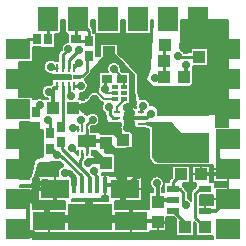
<source format=gtl>
G04 DipTrace 2.4.0.2*
%INUSBBiPower.gtl*%
%MOIN*%
%ADD13C,0.006*%
%ADD14C,0.012*%
%ADD15C,0.02*%
%ADD17C,0.008*%
%ADD18C,0.01*%
%ADD19C,0.0094*%
%ADD20C,0.011*%
%ADD22R,0.08X0.0669*%
%ADD23R,0.0669X0.08*%
%ADD24R,0.0433X0.0394*%
%ADD25R,0.0394X0.0433*%
%ADD26R,0.0276X0.0354*%
%ADD27R,0.1772X0.0984*%
%ADD28R,0.0354X0.0276*%
%ADD30R,0.0276X0.013*%
%ADD31R,0.011X0.0276*%
%ADD32R,0.0094X0.0276*%
%ADD37R,0.0094X0.0236*%
%ADD38R,0.063X0.0394*%
%ADD39C,0.028*%
%ADD42R,0.0236X0.0098*%
%ADD43R,0.0354X0.063*%
%ADD45R,0.0205X0.0118*%
%ADD47R,0.0157X0.0531*%
%ADD48R,0.0945X0.063*%
%ADD49R,0.1063X0.063*%
%ADD50R,0.1476X0.0906*%
%ADD52R,0.0433X0.0236*%
%ADD53C,0.028*%
%FSLAX44Y44*%
G04*
G70*
G90*
G75*
G01*
%LNTop*%
%LPD*%
X6086Y7634D2*
D13*
Y7892D1*
X6028Y7950D1*
X6849Y8977D2*
Y9310D1*
X6904D1*
X6849Y8977D2*
Y9345D1*
X6872Y9367D1*
Y8828D1*
X7165D1*
X7258Y8214D2*
Y8377D1*
X7491Y8610D1*
X7447D1*
X7468Y8632D1*
X7446Y7280D2*
D14*
Y7387D1*
X7258Y7575D1*
Y7623D1*
Y7820D1*
X4558Y7705D2*
D15*
Y6842D1*
X4515Y6799D1*
X6437Y8376D2*
D14*
Y8446D1*
X6134D1*
Y8390D1*
X6108D1*
X6437Y8376D2*
X6692D1*
Y7958D1*
X7370Y7280D1*
X7446D1*
X3937Y6293D2*
D15*
X4442Y6799D1*
X4515D1*
X3937Y7293D2*
D14*
X4158D1*
D15*
X4558Y7693D1*
Y7705D1*
X6437Y8376D2*
D14*
X6121D1*
X6108Y8390D1*
X6394D1*
X6691Y8092D1*
Y7767D1*
X6558Y7634D1*
X4515Y6799D2*
Y7662D1*
X4558Y7705D1*
X6108Y8390D2*
X5811D1*
X5765Y8344D1*
X7468Y9025D2*
D17*
Y9258D1*
X7416Y9310D1*
Y9361D1*
X7136Y9641D1*
X4564Y10633D2*
D18*
X4277D1*
X3937Y10293D1*
X5233Y9678D2*
X5067D1*
X5029Y9716D1*
X5883Y10626D2*
Y11239D1*
X5937Y11293D1*
X6315Y10574D2*
X5935D1*
X5883Y10626D1*
X6315Y10574D2*
Y10915D1*
X5937Y11293D1*
X6315Y10062D2*
X6231D1*
Y9554D1*
X6070Y9393D1*
X5932D1*
X5922Y9382D1*
X6333Y5763D2*
X6304D1*
Y6074D1*
X5998Y6380D1*
X5414Y6964D1*
Y7153D1*
X5368Y7199D1*
X6086Y6847D2*
Y6683D1*
X5998Y6595D1*
Y6380D1*
X4994Y6984D2*
X4982D1*
Y7068D1*
X5298Y6751D1*
X5391D1*
X6078Y6065D1*
Y5763D1*
X5928Y6847D2*
D17*
Y6783D1*
X5828Y6884D1*
X5862D1*
X5726Y7020D1*
X5227Y6782D2*
D18*
X5298D1*
Y6751D1*
X5627Y9087D2*
D19*
Y8899D1*
D18*
Y8836D1*
X5706Y8757D1*
X4994Y7496D2*
Y7870D1*
X4928Y7936D1*
X5368Y7711D2*
X5430D1*
Y9087D1*
X8045Y8214D2*
Y8361D1*
X8104Y8421D1*
X8514Y9345D2*
X8764D1*
X8801Y9383D1*
Y9881D1*
X8824Y9904D1*
Y10435D1*
X8830Y10441D1*
X6243Y7634D2*
D17*
Y7801D1*
D18*
X6400Y7958D1*
X6426D1*
X6243Y7634D2*
D19*
Y7192D1*
D14*
X6225D1*
Y7239D1*
X8115Y7280D2*
X7873Y7522D1*
Y7623D1*
X8045D1*
X7873Y7522D2*
X7620Y7775D1*
Y8070D1*
X7713Y8164D1*
X8045Y8017D2*
X8237D1*
X8367Y8147D1*
X9557Y9788D2*
Y9470D1*
X9470Y9383D1*
X6976Y10196D2*
X7029D1*
X7551Y9674D1*
X7781Y9444D1*
Y8522D1*
X7724Y8465D1*
Y8336D1*
Y8174D1*
X7713Y8164D1*
X8045Y8017D2*
X7566D1*
X7713Y8164D1*
X5172Y5654D2*
Y5132D1*
X4869D1*
Y4668D1*
X4965Y4572D1*
X7702D2*
Y5096D1*
X7398D1*
Y5558D1*
X7495Y5654D1*
X6845Y5763D2*
X7387D1*
X7495Y5654D1*
X6424Y7285D2*
Y7234D1*
X6883D1*
Y7171D1*
X7495Y5654D2*
Y6007D1*
X7264Y6239D1*
Y6802D1*
X6820Y7246D1*
Y7234D1*
X6883Y7171D1*
X8115Y7280D2*
X8018D1*
Y7100D1*
Y6959D1*
X7566D1*
Y6870D1*
X7488Y6948D1*
X6883D1*
Y7171D1*
Y6883D1*
X7992D1*
X8170D1*
Y6947D1*
Y7280D1*
X8115D1*
X6437Y9045D2*
X6574D1*
Y9518D1*
X6714Y9659D1*
X7087Y10031D1*
Y10196D1*
X6976D1*
X3937Y4293D2*
Y4347D1*
X4270D1*
Y5275D1*
X4376Y5381D1*
X4650Y5654D1*
X5172D1*
X3937Y5293D2*
X4153D1*
X4764Y5904D1*
X4922D1*
X5172Y5654D1*
X7193Y6885D2*
Y6924D1*
X6883Y7234D1*
X7845Y6904D2*
X8018D1*
Y6959D1*
X7275Y6172D2*
Y6007D1*
X7495D1*
X7298Y5096D2*
X7398D1*
X4851Y5132D2*
X4869D1*
X8247Y6490D2*
X8316Y6559D1*
X7992Y6883D1*
X4462Y5254D2*
D18*
Y5381D1*
X4376D1*
X7873Y7577D2*
D14*
Y7522D1*
X7760Y8505D2*
X7724Y8465D1*
X7486Y6870D2*
X7488Y6948D1*
X8189Y6947D2*
X8170D1*
X7566Y6572D2*
Y6870D1*
X7878Y6488D2*
Y7100D1*
X8018D1*
X6502Y9357D2*
X6542Y9316D1*
Y9088D1*
X6437Y8983D1*
Y9045D1*
X7118Y4628D2*
Y4572D1*
X7702D1*
X7589Y8336D2*
X7724D1*
X7876Y7301D2*
X7878Y7100D1*
X5096Y8344D2*
Y8950D1*
X5151Y9006D1*
D20*
X5233Y9087D1*
X5096Y8344D2*
D14*
Y8758D1*
X4964Y8890D1*
X7165Y8632D2*
D17*
Y8645D1*
X6810D1*
X6571Y8883D1*
Y9006D1*
X6476D1*
X6437Y9045D1*
X6704Y9684D2*
D14*
X6714Y9659D1*
X7481Y9651D2*
X7505Y9674D1*
X7551D1*
X7702Y4571D2*
X8568D1*
X8592Y4547D1*
X10039Y6130D2*
X10773D1*
X10937Y6293D1*
Y6348D1*
X10611Y6674D1*
Y6967D1*
X10937Y7293D1*
X10184Y4902D2*
X10546D1*
X10937Y5293D1*
X7945Y6113D2*
Y6104D1*
X7495Y5654D1*
X8247Y6490D2*
Y6484D1*
X8467Y6264D1*
X9033Y4464D2*
D18*
X8963D1*
X8873Y4554D1*
X8599D1*
X8592Y4547D1*
X6243Y6847D2*
D19*
Y7025D1*
D14*
Y7241D1*
X6813D1*
X6243Y7634D2*
D19*
Y7456D1*
D14*
Y7241D1*
X6301Y5193D2*
Y4742D1*
X6333Y4710D1*
X5928Y7634D2*
D18*
X5885Y7678D1*
X5772D1*
X6589Y5763D2*
Y6044D1*
X6472Y6161D1*
Y6247D1*
X6485D1*
X5627Y9678D2*
D19*
Y9866D1*
D18*
Y9934D1*
X5973Y10280D1*
X5430Y9678D2*
D19*
Y9866D1*
D18*
Y10107D1*
X5624Y10301D1*
X7258Y8017D2*
X7118D1*
X6993Y8142D1*
Y8358D1*
X6969Y8381D1*
X9988Y10049D2*
X9296D1*
X9267Y10078D1*
X9453Y7011D2*
D13*
X9382D1*
X8576Y7817D1*
X8048D1*
X8045Y7820D1*
X4943Y10625D2*
D18*
Y11287D1*
X4937Y11293D1*
X5823Y9678D2*
Y9693D1*
X5979Y9848D1*
X6401Y6847D2*
X6466D1*
D15*
X6750Y6563D1*
X6286D1*
Y6523D1*
X6558Y6847D2*
Y6806D1*
X6799Y6566D1*
X6286D1*
X6883Y6502D2*
Y6563D1*
X6286D1*
X5822Y5763D2*
Y6024D1*
X5670Y6175D1*
X5493D1*
X5823Y9087D2*
D18*
X6028D1*
X6032Y9083D1*
X4558Y8217D2*
Y8319D1*
X4676Y8438D1*
X4564Y10121D2*
D14*
X4958D1*
X5463Y10626D1*
X5371D1*
Y10541D1*
X4943Y10113D1*
Y10029D1*
X4681Y9766D1*
Y9527D1*
X4825Y9382D1*
X5134D1*
X4931D1*
X4889Y9341D1*
X8160Y10441D2*
Y10462D1*
X8183D1*
Y9932D1*
X8155Y9904D1*
X7937D1*
X7645Y10196D1*
Y10423D1*
X8184D1*
Y9261D1*
X8593Y8852D1*
X9186D1*
X9453Y8586D1*
X9988Y9380D2*
Y9121D1*
X9453Y8586D1*
X10645D1*
X10937Y8293D1*
X9988Y9380D2*
X10333D1*
X10850D1*
X10937Y9293D1*
X9988Y9380D2*
X10024D1*
X10470Y9826D1*
X10937Y10293D1*
X9937Y11293D2*
X10408Y10822D1*
X10937Y10293D1*
X7842Y10563D2*
X8160D1*
Y10462D1*
X4889Y9341D2*
X3984D1*
X3937Y9293D1*
X10464Y9832D2*
X10470Y9826D1*
X10333Y9414D2*
Y9380D1*
X9937Y11293D2*
Y10756D1*
X9935Y10754D1*
X9876D1*
X9569Y10447D1*
X9121Y5276D2*
X8652D1*
X8592Y5217D1*
Y5811D1*
X8571Y5832D1*
X9502Y4371D2*
D18*
Y4521D1*
X9121Y4902D1*
X10184Y5650D2*
X10000D1*
X9853Y5504D1*
Y4690D1*
X10172Y4371D1*
X9121Y5650D2*
Y5881D1*
X9369Y6130D1*
X9121Y5650D2*
Y5640D1*
X9329D1*
X9455Y5514D1*
Y5107D1*
X9535D1*
D53*
X5973Y10280D3*
X5624Y10301D3*
X5979Y9848D3*
X4889Y9341D3*
X7193Y6885D3*
X7845Y6904D3*
X7275Y6172D3*
X8247Y6490D3*
X7945Y6113D3*
X7298Y5096D3*
X4851Y5132D3*
X4462Y5254D3*
X8571Y5832D3*
X9033Y4464D3*
X8467Y6264D3*
X7136Y9641D3*
X4964Y8890D3*
X9648Y5731D3*
X6032Y9083D3*
X4419Y4140D3*
X7873Y7577D3*
X7760Y8505D3*
X7486Y6870D3*
X8189Y6947D3*
X7566Y6572D3*
X7878Y6488D3*
X6502Y9357D3*
X4552Y5956D3*
X5122Y6174D3*
X5028Y6417D3*
X5543Y4640D3*
X7118Y4628D3*
X5706Y8757D3*
X4676Y8438D3*
X4928Y7936D3*
X7842Y10563D3*
X5029Y9716D3*
X7589Y8336D3*
X7876Y7301D3*
X6301Y5193D3*
X6704Y9684D3*
X7481Y9651D3*
X9935Y10754D3*
X10464Y9832D3*
X10333Y9414D3*
X10405Y10819D3*
X9569Y10447D3*
X9535Y5107D3*
X8104Y8421D3*
X8367Y8147D3*
X6286Y6523D3*
X8514Y9345D3*
X9557Y9788D3*
X6969Y8381D3*
X9267Y10078D3*
X5493Y6175D3*
X6485Y6247D3*
X5227Y6782D3*
X5726Y7020D3*
X5772Y7678D3*
X4515Y6799D3*
X6108Y8390D3*
X6028Y7950D3*
X6849Y8977D3*
X6426Y7958D3*
X8289Y7780D2*
D13*
X9094D1*
X8440Y7721D2*
X9144D1*
X8441Y7662D2*
X9194D1*
X8441Y7604D2*
X9244D1*
X8441Y7545D2*
X9294D1*
X8441Y7486D2*
X9322D1*
X8441Y7427D2*
X9272D1*
X8441Y7369D2*
X9222D1*
X8441Y7310D2*
X9173D1*
X8441Y7251D2*
X9123D1*
X8441Y7193D2*
X9073D1*
X8441Y7134D2*
X9024D1*
X8441Y7075D2*
X8974D1*
X8441Y7017D2*
X8924D1*
X8441Y6958D2*
X8874D1*
X8441Y6899D2*
X8825D1*
X8441Y6841D2*
X8775D1*
X8441Y6782D2*
X8725D1*
X8441Y6723D2*
X8676D1*
X8474Y6665D2*
X8626D1*
X8534Y6606D2*
X8576D1*
X9054Y7833D2*
X8206Y7838D1*
X8207Y7801D1*
X8301Y7775D1*
X8414Y7743D1*
X8434Y7721D1*
X8436Y7714D1*
Y6696D1*
X8557Y6578D1*
X8905Y6988D1*
X9339Y7499D1*
X9258Y7594D1*
X9054Y7833D1*
X9372Y11204D2*
X10947D1*
X9371Y11145D2*
X10947D1*
X9371Y11087D2*
X10947D1*
X9370Y11028D2*
X10947D1*
X9370Y10969D2*
X10947D1*
X9370Y10911D2*
X10947D1*
X9370Y10852D2*
X10947D1*
X9368Y10793D2*
X10947D1*
X9367Y10735D2*
X10947D1*
X9366Y10676D2*
X10947D1*
X9366Y10617D2*
X10947D1*
X9366Y10559D2*
X10947D1*
X9365Y10500D2*
X10947D1*
X9365Y10441D2*
X10947D1*
X9364Y10383D2*
X10947D1*
X9366Y10324D2*
X9693D1*
X10283D2*
X10947D1*
X9411Y10265D2*
X9693D1*
X10283D2*
X10947D1*
X9467Y10206D2*
X9693D1*
X10283D2*
X10947D1*
X10283Y10148D2*
X10947D1*
X10283Y10089D2*
X10947D1*
X10283Y10030D2*
X10947D1*
X10283Y9972D2*
X10947D1*
X10283Y9913D2*
X10947D1*
X10283Y9854D2*
X10947D1*
X10283Y9796D2*
X10947D1*
X9790Y9737D2*
X10947D1*
X9768Y9678D2*
X10947D1*
X9786Y9620D2*
X10946D1*
X9786Y9561D2*
X10946D1*
X9786Y9502D2*
X10946D1*
X9786Y9444D2*
X10946D1*
X9786Y9385D2*
X10946D1*
X9786Y9326D2*
X10946D1*
X9786Y9267D2*
X10946D1*
X9786Y9209D2*
X10946D1*
X9786Y9150D2*
X10946D1*
X9726Y9091D2*
X10946D1*
X9743Y9033D2*
X10946D1*
X9760Y8974D2*
X10946D1*
X9778Y8915D2*
X10946D1*
X9795Y8857D2*
X10946D1*
X9812Y8798D2*
X10946D1*
X9830Y8739D2*
X10946D1*
X9846Y8681D2*
X10946D1*
X9864Y8622D2*
X10946D1*
X9881Y8563D2*
X10946D1*
X9898Y8505D2*
X10946D1*
X9916Y8446D2*
X10946D1*
X9933Y8387D2*
X10946D1*
X9950Y8328D2*
X10946D1*
X9967Y8270D2*
X10946D1*
X9984Y8211D2*
X10946D1*
X10001Y8152D2*
X10946D1*
X10558Y8094D2*
X10946D1*
X10559Y8035D2*
X10946D1*
X10559Y7976D2*
X10946D1*
X10560Y7918D2*
X10946D1*
X10560Y7859D2*
X10946D1*
X10561Y7800D2*
X10946D1*
X10562Y7742D2*
X10946D1*
X10556Y7720D2*
X10952D1*
Y8818D1*
X10954Y11263D1*
X9367Y11259D1*
X9364Y10801D1*
X9361D1*
X9360Y10629D1*
X9357Y10330D1*
X9370Y10286D1*
X9395Y10272D1*
X9419Y10254D1*
X9440Y10233D1*
X9459Y10210D1*
X9470Y10191D1*
X9698Y10192D1*
X9699Y10358D1*
X10278D1*
Y9740D1*
X9785D1*
X9772Y9700D1*
X9759Y9672D1*
X9779D1*
Y9094D1*
X9720D1*
X9988Y8176D1*
X10000Y8138D1*
X10157Y8140D1*
X10522Y8146D1*
X10547Y8131D1*
X10552Y8116D1*
X10556Y7719D1*
X5370Y11200D2*
X5504D1*
X6370D2*
X6504D1*
X7370D2*
X7504D1*
X8370D2*
X8425D1*
X5370Y11142D2*
X5504D1*
X6370D2*
X6504D1*
X7370D2*
X7504D1*
X8370D2*
X8422D1*
X5370Y11083D2*
X5504D1*
X6370D2*
X6504D1*
X7370D2*
X7504D1*
X8370D2*
X8418D1*
X5370Y11024D2*
X5504D1*
X6414D2*
X6504D1*
X7370D2*
X7504D1*
X8370D2*
X8415D1*
X5370Y10966D2*
X5504D1*
X6454D2*
X6504D1*
X7370D2*
X7504D1*
X8370D2*
X8412D1*
X5370Y10907D2*
X5504D1*
X6463D2*
X6503D1*
X7370D2*
X7504D1*
X8370D2*
X8409D1*
X5358Y10848D2*
X5516D1*
X6463D2*
X6503D1*
X7370D2*
X7504D1*
X8370D2*
X8405D1*
X5179Y10789D2*
X5608D1*
X6551D2*
X8402D1*
X5179Y10731D2*
X5608D1*
X6551D2*
X8399D1*
X5179Y10672D2*
X5608D1*
X6551D2*
X8396D1*
X5179Y10613D2*
X5608D1*
X6551D2*
X8392D1*
X5179Y10555D2*
X5608D1*
X6551D2*
X8389D1*
X5179Y10496D2*
X5491D1*
X6551D2*
X8385D1*
X5179Y10437D2*
X5430D1*
X6551D2*
X6661D1*
X7291D2*
X8383D1*
X5179Y10379D2*
X5399D1*
X6551D2*
X6661D1*
X7291D2*
X8379D1*
X4435Y10320D2*
X5387D1*
X6551D2*
X6661D1*
X7291D2*
X8376D1*
X4435Y10261D2*
X5377D1*
X6551D2*
X6661D1*
X7291D2*
X8372D1*
X4435Y10203D2*
X5319D1*
X6551D2*
X6661D1*
X7291D2*
X8369D1*
X4435Y10144D2*
X5286D1*
X6551D2*
X6661D1*
X7302D2*
X8366D1*
X4435Y10085D2*
X5281D1*
X6551D2*
X6661D1*
X7360D2*
X8363D1*
X4435Y10027D2*
X5281D1*
X7420D2*
X8359D1*
X4435Y9968D2*
X5281D1*
X7479D2*
X8356D1*
X4435Y9909D2*
X4895D1*
X5164D2*
X5281D1*
X7537D2*
X8353D1*
X3981Y9850D2*
X4834D1*
X7605D2*
X8349D1*
X3981Y9792D2*
X4804D1*
X7672D2*
X8346D1*
X3981Y9733D2*
X4792D1*
X7713D2*
X8342D1*
X3982Y9674D2*
X4795D1*
X7772D2*
X8334D1*
X3982Y9616D2*
X4814D1*
X7830D2*
X8313D1*
X3983Y9557D2*
X4854D1*
X7889D2*
X8293D1*
X3983Y9498D2*
X4941D1*
X7929D2*
X8272D1*
X3983Y9440D2*
X5685D1*
X7939D2*
X8251D1*
X3984Y9381D2*
X5685D1*
X7939D2*
X8230D1*
X3984Y9322D2*
X5685D1*
X7939D2*
X8209D1*
X3985Y9264D2*
X5080D1*
X7939D2*
X8189D1*
X3985Y9205D2*
X5080D1*
X7939D2*
X8168D1*
X3985Y9146D2*
X5077D1*
X7939D2*
X8209D1*
X3985Y9088D2*
X4835D1*
X7939D2*
X8253D1*
X3985Y9029D2*
X4771D1*
X7939D2*
X8297D1*
X8519D2*
X8635D1*
X3985Y8970D2*
X4739D1*
X7939D2*
X8635D1*
X3986Y8911D2*
X4726D1*
X7939D2*
X8635D1*
X3986Y8853D2*
X4729D1*
X7952D2*
X8635D1*
X3987Y8794D2*
X4747D1*
X7967D2*
X8635D1*
X3987Y8735D2*
X4784D1*
X7981D2*
X8635D1*
X4435Y8677D2*
X4867D1*
X7996D2*
X8634D1*
X8245Y8618D2*
X8634D1*
X8305Y8559D2*
X8634D1*
X8334Y8501D2*
X8634D1*
X8346Y8442D2*
X8634D1*
X8533Y8383D2*
X8634D1*
X8589Y8325D2*
X8634D1*
X4429Y10363D2*
Y9866D1*
X3975D1*
X3982Y8720D1*
X4075D1*
X4429D1*
Y8656D1*
X4585Y8652D1*
X4631Y8666D1*
X4661Y8670D1*
X4691D1*
X4721Y8666D1*
X4750Y8658D1*
X4778Y8646D1*
X4943Y8643D1*
X4944Y8660D1*
X4910Y8664D1*
X4881Y8673D1*
X4854Y8686D1*
X4828Y8702D1*
X4805Y8721D1*
X4785Y8743D1*
X4767Y8767D1*
X4753Y8793D1*
X4742Y8821D1*
X4735Y8850D1*
X4732Y8880D1*
Y8910D1*
X4737Y8940D1*
X4745Y8969D1*
X4757Y8996D1*
X4772Y9022D1*
X4791Y9045D1*
X4812Y9066D1*
X4836Y9084D1*
X4862Y9099D1*
X4890Y9111D1*
X4919Y9118D1*
X4949Y9122D1*
X4979D1*
X5009Y9118D1*
X5040Y9110D1*
X5067Y9133D1*
X5073Y9136D1*
X5085Y9157D1*
Y9317D1*
X5380Y9316D1*
X5440Y9317D1*
X5569Y9316D1*
X5667Y9317D1*
X5692D1*
Y9447D1*
X5487Y9449D1*
X5389Y9448D1*
X5290Y9449D1*
X5230Y9448D1*
X5085D1*
Y9490D1*
X5034Y9483D1*
X5004Y9484D1*
X4975Y9490D1*
X4946Y9498D1*
X4919Y9511D1*
X4894Y9527D1*
X4870Y9546D1*
X4850Y9568D1*
X4832Y9592D1*
X4818Y9618D1*
X4807Y9646D1*
X4800Y9676D1*
X4797Y9705D1*
X4798Y9735D1*
X4802Y9765D1*
X4810Y9794D1*
X4822Y9821D1*
X4838Y9847D1*
X4856Y9871D1*
X4878Y9892D1*
X4902Y9910D1*
X4928Y9925D1*
X4955Y9936D1*
X4984Y9944D1*
X5014Y9947D1*
X5044D1*
X5074Y9944D1*
X5103Y9936D1*
X5131Y9925D1*
X5159Y9908D1*
X5287D1*
Y10107D1*
X5290Y10136D1*
X5300Y10165D1*
X5312Y10186D1*
X5350Y10229D1*
X5395Y10273D1*
X5392Y10291D1*
X5393Y10321D1*
X5397Y10351D1*
X5406Y10380D1*
X5418Y10407D1*
X5433Y10433D1*
X5451Y10457D1*
X5473Y10478D1*
X5497Y10496D1*
X5523Y10510D1*
X5551Y10522D1*
X5580Y10529D1*
X5614Y10533D1*
X5613Y10666D1*
X5612Y10801D1*
X5573Y10806D1*
X5546Y10820D1*
X5526Y10841D1*
X5513Y10868D1*
X5510Y10893D1*
Y11260D1*
X5376Y11259D1*
X5364D1*
Y10893D1*
X5359Y10864D1*
X5345Y10837D1*
X5324Y10817D1*
X5296Y10804D1*
X5272Y10801D1*
X5173D1*
Y10355D1*
X4713D1*
Y10364D1*
X4430D1*
X6697Y10485D2*
X7285D1*
Y10155D1*
X7582Y9860D1*
X7609Y9845D1*
X7633Y9827D1*
X7654Y9806D1*
X7673Y9782D1*
X7691Y9749D1*
X7888Y9552D1*
X7907Y9529D1*
X7921Y9502D1*
X7930Y9474D1*
X7933Y9444D1*
Y8905D1*
X7997Y8651D1*
X8034Y8647D1*
X8063Y8655D1*
X8092Y8659D1*
X8122D1*
X8152Y8655D1*
X8181Y8647D1*
X8209Y8636D1*
X8235Y8621D1*
X8259Y8603D1*
X8280Y8582D1*
X8299Y8559D1*
X8314Y8533D1*
X8326Y8506D1*
X8335Y8477D1*
X8340Y8426D1*
X8373Y8430D1*
X8403D1*
X8432Y8426D1*
X8461Y8418D1*
X8489Y8407D1*
X8515Y8392D1*
X8539Y8374D1*
X8561Y8353D1*
X8579Y8330D1*
X8592Y8308D1*
X8640Y8304D1*
X8641Y9042D1*
X8335Y9011D1*
X8308Y9023D1*
X8183Y9189D1*
X8179Y9218D1*
X8328Y9641D1*
X8346Y9692D1*
X8435Y11260D1*
X8364Y11259D1*
Y10801D1*
X7510D1*
Y11259D1*
X7365D1*
X7364Y10886D1*
Y10801D1*
X6546D1*
X6545Y10305D1*
Y10061D1*
X6645Y10085D1*
X6667Y10087D1*
Y10485D1*
X6697D1*
X6457Y10844D2*
X6510D1*
Y11259D1*
X6363D1*
X6364Y11068D1*
X6416Y11016D1*
X6435Y10993D1*
X6448Y10966D1*
X6455Y10942D1*
X6457Y10885D1*
Y10843D1*
X6754Y9997D2*
X7205D1*
X6701Y9939D2*
X7260D1*
X6648Y9880D2*
X7316D1*
X6594Y9821D2*
X6983D1*
X7289D2*
X7371D1*
X6541Y9763D2*
X6932D1*
X7339D2*
X7428D1*
X6487Y9704D2*
X6906D1*
X7366D2*
X7484D1*
X6434Y9645D2*
X6898D1*
X7374D2*
X7539D1*
X6380Y9587D2*
X6904D1*
X7383D2*
X7596D1*
X6378Y9528D2*
X6629D1*
X6351Y9469D2*
X6629D1*
X6295Y9410D2*
X6629D1*
X7692D2*
X7762D1*
X6237Y9352D2*
X6629D1*
X7692D2*
X7772D1*
X6178Y9293D2*
X6629D1*
X7692D2*
X7776D1*
X6214Y9234D2*
X6629D1*
X7692D2*
X7780D1*
X6251Y9176D2*
X6629D1*
X7692D2*
X7785D1*
X6268Y9117D2*
X6629D1*
X7692D2*
X7789D1*
X6269Y9058D2*
X6625D1*
X7669D2*
X7793D1*
X6255Y9000D2*
X6612D1*
X7669D2*
X7798D1*
X6222Y8941D2*
X6430D1*
X7669D2*
X7802D1*
X6154Y8882D2*
X6381D1*
X7669D2*
X7806D1*
X6020Y8824D2*
X6334D1*
X7669D2*
X7811D1*
X6009Y8765D2*
X6285D1*
X7669D2*
X7815D1*
X6000Y8706D2*
X6236D1*
X7669D2*
X7820D1*
X5998Y8648D2*
X6141D1*
X7669D2*
X7824D1*
X7669Y8589D2*
X7830D1*
X7669Y8530D2*
X7837D1*
X7532Y8471D2*
X7846D1*
X7477Y8413D2*
X7854D1*
X7529Y8354D2*
X7574D1*
X7853Y7650D2*
X8250D1*
X7810Y7591D2*
X8296D1*
X7775Y7532D2*
X8295D1*
X7787Y7474D2*
X8295D1*
X7786Y7415D2*
X8295D1*
X7786Y7356D2*
X8295D1*
X7785Y7298D2*
X8294D1*
X7785Y7239D2*
X8294D1*
X7784Y7180D2*
X8294D1*
X7784Y7122D2*
X8294D1*
X7783Y7063D2*
X8293D1*
X7868Y7004D2*
X8293D1*
X7984Y6946D2*
X8293D1*
X8101Y6887D2*
X8293D1*
X8216Y6828D2*
X8292D1*
X6178Y8685D2*
X6226D1*
X6439Y8944D1*
X6457Y8954D1*
X6618Y8953D1*
Y8997D1*
X6622Y9027D1*
X6631Y9056D1*
X6641Y9081D1*
X6635Y9080D1*
Y9541D1*
X6926D1*
X6914Y9572D1*
X6907Y9601D1*
X6904Y9631D1*
Y9661D1*
X6909Y9691D1*
X6917Y9719D1*
X6929Y9747D1*
X6944Y9773D1*
X6963Y9796D1*
X6984Y9817D1*
X7008Y9835D1*
X7034Y9850D1*
X7062Y9861D1*
X7091Y9869D1*
X7121Y9873D1*
X7151D1*
X7180Y9869D1*
X7209Y9862D1*
X7237Y9850D1*
X7263Y9835D1*
X7287Y9817D1*
X7309Y9796D1*
X7327Y9773D1*
X7343Y9747D1*
X7355Y9720D1*
X7363Y9691D1*
X7368Y9641D1*
X7364Y9599D1*
X7424Y9540D1*
X7644Y9541D1*
X7209Y9999D1*
X6800Y10054D1*
X6373Y9585D1*
X6374Y9554D1*
X6371Y9524D1*
X6361Y9495D1*
X6349Y9474D1*
X6311Y9432D1*
X6174Y9295D1*
X6159Y9278D1*
X6183Y9260D1*
X6205Y9239D1*
X6223Y9215D1*
X6239Y9189D1*
X6251Y9162D1*
X6259Y9133D1*
X6264Y9083D1*
X6263Y9053D1*
X6257Y9024D1*
X6247Y8995D1*
X6234Y8969D1*
X6218Y8943D1*
X6198Y8921D1*
X6176Y8901D1*
X6151Y8884D1*
X6125Y8870D1*
X6096Y8860D1*
X6067Y8853D1*
X6019Y8852D1*
X5994Y8720D1*
X5991Y8634D1*
X6074Y8633D1*
Y8619D1*
X6092Y8622D1*
X6122D1*
X6147Y8618D1*
X6148Y8685D1*
X6178D1*
X7686Y9498D2*
Y9080D1*
X7662D1*
X7663Y8937D1*
X7662Y8874D1*
X7663Y8770D1*
X7662Y8677D1*
X7663Y8573D1*
Y8480D1*
X7535D1*
X7470Y8416D1*
X7547Y8327D1*
X7575Y8351D1*
X7606Y8370D1*
X7639Y8384D1*
X7674Y8393D1*
X7710Y8396D1*
X7746Y8394D1*
X7781Y8386D1*
X7814Y8373D1*
X7845Y8355D1*
X7869D1*
X7850Y8486D1*
X7832Y8623D1*
X7773Y9405D1*
X7686Y9498D1*
X7934Y7678D2*
X7879Y7677D1*
X7852Y7653D1*
X7822Y7634D1*
X7817Y7632D1*
X7807Y7597D1*
X7792Y7565D1*
X7772Y7535D1*
X7765Y7526D1*
X7781Y7499D1*
X7777Y7047D1*
X8298Y6784D1*
X8302Y7646D1*
X8060Y7665D1*
X7937Y7677D1*
X7936D1*
X7590Y7679D2*
X7754Y7515D1*
X7713Y7840D2*
X7877Y7675D1*
X7549Y8328D2*
X7713Y8164D1*
X6405Y8682D2*
X6580D1*
X6356Y8624D2*
X6639D1*
X6308Y8565D2*
X6697D1*
X6260Y8506D2*
X6767D1*
X6057Y8448D2*
X6741D1*
X5962Y8389D2*
X6731D1*
X5953Y8330D2*
X6737D1*
X6032Y8272D2*
X6759D1*
X6111Y8213D2*
X6804D1*
X6189Y8154D2*
X6296D1*
X6556D2*
X6845D1*
X6619Y8096D2*
X6852D1*
X6651Y8037D2*
X6858D1*
X6664Y7978D2*
X6861D1*
X6661Y7919D2*
X6886D1*
X6643Y7861D2*
X6911D1*
X6605Y7802D2*
X7375D1*
X6522Y7743D2*
X7360D1*
X6390Y7685D2*
X7351D1*
X6390Y7626D2*
X7358D1*
X6390Y7567D2*
X7375D1*
X6678Y7509D2*
X7353D1*
X7177Y7450D2*
X7257D1*
X6695Y7480D2*
X7172D1*
Y7427D1*
X7226D1*
X7382Y7522D1*
Y7576D1*
X7368Y7610D1*
X7361Y7639D1*
X7357Y7669D1*
X7358Y7699D1*
X7363Y7729D1*
X7371Y7758D1*
X7382Y7783D1*
Y7832D1*
X7242Y7826D1*
X6951Y7828D1*
X6926Y7842D1*
X6866Y7980D1*
X6864Y7991D1*
Y8082D1*
X6853Y8115D1*
X6850Y8172D1*
Y8182D1*
X6833Y8193D1*
X6810Y8212D1*
X6790Y8234D1*
X6772Y8258D1*
X6758Y8284D1*
X6747Y8312D1*
X6740Y8341D1*
X6737Y8371D1*
X6738Y8401D1*
X6742Y8431D1*
X6750Y8460D1*
X6762Y8487D1*
X6780Y8516D1*
X6752Y8526D1*
X6726Y8543D1*
X6716Y8552D1*
X6531Y8737D1*
X6441Y8733D1*
X6250Y8502D1*
X6235Y8492D1*
X5971Y8428D1*
X5939Y8336D1*
X6162Y8170D1*
X6233Y8117D1*
X6256D1*
X6298Y8152D1*
X6324Y8167D1*
X6352Y8178D1*
X6381Y8186D1*
X6411Y8190D1*
X6441D1*
X6471Y8186D1*
X6500Y8178D1*
X6527Y8167D1*
X6553Y8152D1*
X6577Y8134D1*
X6599Y8113D1*
X6617Y8089D1*
X6633Y8064D1*
X6645Y8036D1*
X6653Y8007D1*
X6658Y7958D1*
X6657Y7928D1*
X6651Y7898D1*
X6641Y7870D1*
X6628Y7843D1*
X6612Y7818D1*
X6592Y7795D1*
X6570Y7775D1*
X6545Y7758D1*
X6519Y7744D1*
X6490Y7734D1*
X6461Y7728D1*
X6431Y7725D1*
X6387Y7729D1*
X6384Y7709D1*
Y7543D1*
X6618Y7555D1*
X6644Y7542D1*
X6695Y7480D1*
X4014Y7834D2*
X4322D1*
X4014Y7776D2*
X4492D1*
X4014Y7717D2*
X4492D1*
X4014Y7659D2*
X4521D1*
X4014Y7600D2*
X4703D1*
X4014Y7542D2*
X4758D1*
X4014Y7483D2*
X4758D1*
X4014Y7425D2*
X4758D1*
X4014Y7366D2*
X4758D1*
X4014Y7307D2*
X4758D1*
X4014Y7249D2*
X4758D1*
X4014Y7190D2*
X4758D1*
X4014Y7132D2*
X4758D1*
X4014Y7073D2*
X4758D1*
X4014Y7015D2*
X4758D1*
X4014Y6956D2*
X4758D1*
X4014Y6898D2*
X4758D1*
X4014Y6839D2*
X4758D1*
X4014Y6781D2*
X4758D1*
X4014Y6722D2*
X4735D1*
X4014Y6664D2*
X4557D1*
X4014Y6605D2*
X4505D1*
X4014Y6547D2*
X4489D1*
X4014Y6488D2*
X4472D1*
X4014Y6430D2*
X4454D1*
X4014Y6371D2*
X4437D1*
X4014Y6312D2*
X4420D1*
X4014Y6254D2*
X4404D1*
X4014Y6195D2*
X4386D1*
X4014Y6137D2*
X4369D1*
X4014Y6078D2*
X4348D1*
X4014Y6020D2*
X4322D1*
X4764Y6729D2*
X4765Y7254D1*
X4764Y7316D1*
Y7598D1*
X4603Y7606D1*
X4587Y7612D1*
X4510Y7672D1*
X4499Y7699D1*
Y7826D1*
X4328D1*
Y7868D1*
X4070Y7867D1*
X4008D1*
Y7614D1*
Y5984D1*
X4321D1*
X4324Y6004D1*
X4332Y6033D1*
X4344Y6061D1*
X4362Y6090D1*
X4520Y6636D1*
X4542Y6656D1*
X4765Y6730D1*
X7177Y6738D2*
X8292D1*
X7177Y6679D2*
X8292D1*
X7177Y6621D2*
X8311D1*
X7177Y6562D2*
X8366D1*
X4630Y6504D2*
X5366D1*
X7177D2*
X8421D1*
X4613Y6445D2*
X5410D1*
X7177D2*
X8469D1*
X4598Y6387D2*
X5392D1*
X7177D2*
X9055D1*
X9684D2*
X9725D1*
X10354D2*
X10439D1*
X4581Y6328D2*
X5313D1*
X7177D2*
X9055D1*
X9684D2*
X9725D1*
X10354D2*
X10439D1*
X4564Y6270D2*
X5276D1*
X7177D2*
X9055D1*
X9684D2*
X9725D1*
X10354D2*
X10439D1*
X4547Y6211D2*
X5258D1*
X7177D2*
X9055D1*
X9684D2*
X9725D1*
X10354D2*
X10439D1*
X4531Y6153D2*
X5256D1*
X6761D2*
X9055D1*
X9684D2*
X9725D1*
X10354D2*
X10439D1*
X4514Y6094D2*
X5270D1*
X7022D2*
X9055D1*
X9684D2*
X9725D1*
X10354D2*
X10439D1*
X4497Y6036D2*
X4601D1*
X8066D2*
X8454D1*
X8689D2*
X9055D1*
X9684D2*
X9725D1*
X10354D2*
X10439D1*
X4481Y5977D2*
X4601D1*
X8066D2*
X8384D1*
X8758D2*
X9010D1*
X9684D2*
X9725D1*
X10354D2*
X10439D1*
X4464Y5919D2*
X4601D1*
X8066D2*
X8350D1*
X8793D2*
X8977D1*
X9684D2*
X9725D1*
X10354D2*
X10439D1*
X4448Y5860D2*
X4601D1*
X8066D2*
X8335D1*
X9684D2*
X9725D1*
X10499D2*
X10932D1*
X4431Y5801D2*
X4601D1*
X8066D2*
X8335D1*
X9435D2*
X9869D1*
X10499D2*
X10932D1*
X4001Y5743D2*
X4601D1*
X8066D2*
X8351D1*
X9435D2*
X9869D1*
X10499D2*
X10932D1*
X4435Y5684D2*
X4601D1*
X8066D2*
X8386D1*
X8757D2*
X8806D1*
X9492D2*
X9826D1*
X4435Y5626D2*
X4601D1*
X8066D2*
X8434D1*
X8750D2*
X8806D1*
X9550D2*
X9768D1*
X4435Y5567D2*
X4601D1*
X8066D2*
X8434D1*
X8750D2*
X8806D1*
X9593D2*
X9720D1*
X4435Y5509D2*
X4601D1*
X8066D2*
X8297D1*
X9604D2*
X9705D1*
X4435Y5450D2*
X4601D1*
X8066D2*
X8297D1*
X9604D2*
X9705D1*
X4435Y5392D2*
X4601D1*
X6757D2*
X6924D1*
X8066D2*
X8297D1*
X9604D2*
X9705D1*
X10001D2*
X10439D1*
X4435Y5333D2*
X4601D1*
X6754D2*
X6924D1*
X8066D2*
X8297D1*
X9604D2*
X9705D1*
X10001D2*
X10439D1*
X4435Y5275D2*
X4601D1*
X5743D2*
X6924D1*
X8066D2*
X8297D1*
X10001D2*
X10439D1*
X4435Y5216D2*
X5497D1*
X7170D2*
X8297D1*
X10001D2*
X10439D1*
X4435Y5158D2*
X5497D1*
X7170D2*
X8297D1*
X10001D2*
X10439D1*
X4435Y5099D2*
X5497D1*
X7170D2*
X8297D1*
X4435Y5041D2*
X5497D1*
X7170D2*
X8297D1*
X4435Y4982D2*
X5497D1*
X7170D2*
X8297D1*
X8887Y4689D2*
X9126D1*
X8887Y4631D2*
X9185D1*
X8887Y4572D2*
X9188D1*
X8887Y4514D2*
X9188D1*
X8887Y4455D2*
X9188D1*
X9817D2*
X9857D1*
X8887Y4397D2*
X9188D1*
X9817D2*
X9857D1*
X8887Y4338D2*
X9188D1*
X9817D2*
X9857D1*
X8887Y4280D2*
X9188D1*
X9817D2*
X9857D1*
X8331Y4221D2*
X9188D1*
X9817D2*
X9857D1*
X4435Y4163D2*
X9188D1*
X9817D2*
X9857D1*
X4435Y4104D2*
X9188D1*
X9817D2*
X9857D1*
X4435Y4046D2*
X10445D1*
X4435Y3987D2*
X10445D1*
X4429Y4164D2*
Y3973D1*
X6490Y3971D1*
X10452Y3967D1*
X10451Y4082D1*
X9863D1*
Y4479D1*
X9811Y4530D1*
Y4082D1*
X9194D1*
Y4629D1*
X9130Y4692D1*
X8881D1*
Y4635D1*
Y4239D1*
X8325D1*
Y4165D1*
X4429D1*
X3995Y5720D2*
X4429D1*
Y4979D1*
X5503D1*
Y5247D1*
X4607D1*
Y6062D1*
X5291D1*
X5272Y6105D1*
X5265Y6134D1*
X5261Y6163D1*
X5262Y6193D1*
X5266Y6223D1*
X5274Y6252D1*
X5286Y6279D1*
X5301Y6305D1*
X5319Y6329D1*
X5340Y6350D1*
X5364Y6368D1*
X5390Y6383D1*
X5431Y6398D1*
X5428Y6430D1*
X5356Y6526D1*
X4629Y6522D1*
X4595Y6400D1*
X4422Y5790D1*
X4401Y5769D1*
X4393Y5768D1*
X3994D1*
X3995Y5720D1*
X7172Y6797D2*
Y6193D1*
X7147Y6192D1*
X7124Y6175D1*
X6756Y6179D1*
X6755Y6121D1*
X7016D1*
Y6062D1*
X8060D1*
Y5247D1*
X7164D1*
Y4979D1*
X7437D1*
X8303D1*
Y5526D1*
X8440D1*
Y5640D1*
X8413Y5662D1*
X8393Y5683D1*
X8375Y5708D1*
X8361Y5734D1*
X8350Y5762D1*
X8343Y5791D1*
X8339Y5820D1*
X8340Y5850D1*
X8344Y5880D1*
X8352Y5909D1*
X8364Y5936D1*
X8379Y5962D1*
X8397Y5986D1*
X8418Y6007D1*
X8442Y6025D1*
X8468Y6040D1*
X8495Y6052D1*
X8524Y6060D1*
X8554Y6064D1*
X8584D1*
X8613Y6061D1*
X8642Y6053D1*
X8670Y6042D1*
X8696Y6028D1*
X8720Y6010D1*
X8742Y5990D1*
X8761Y5966D1*
X8777Y5941D1*
X8789Y5914D1*
X8798Y5885D1*
X8802Y5855D1*
X8804Y5832D1*
X8802Y5802D1*
X8796Y5773D1*
X8787Y5745D1*
X8774Y5718D1*
X8757Y5693D1*
X8744Y5678D1*
Y5526D1*
X8812D1*
Y5649D1*
Y5861D1*
X8979D1*
X8978Y5881D1*
X8981Y5911D1*
X8991Y5939D1*
X9002Y5960D1*
X9041Y6003D1*
X9060Y6022D1*
X9061Y6419D1*
X9678D1*
Y5841D1*
X9429D1*
Y5740D1*
X9556Y5614D1*
X9575Y5591D1*
X9588Y5564D1*
X9595Y5542D1*
X9598Y5484D1*
Y5331D1*
X9634Y5318D1*
X9660Y5303D1*
X9684Y5285D1*
X9711Y5258D1*
Y5504D1*
X9714Y5534D1*
X9723Y5562D1*
X9735Y5583D1*
X9774Y5626D1*
X9875Y5727D1*
Y5841D1*
X9767D1*
X9730D1*
Y6419D1*
X10348D1*
Y5861D1*
X10492D1*
X10493Y5720D1*
X10938D1*
Y5867D1*
X10867Y5866D1*
X10445D1*
Y6439D1*
X10431Y6426D1*
X8475D1*
Y6453D1*
X8307Y6632D1*
X8298Y6652D1*
Y6795D1*
X7171Y6796D1*
X10445Y5113D2*
Y5440D1*
X9996D1*
Y5112D1*
X10084Y5113D1*
X10445D1*
X6760Y5406D2*
X6751Y5405D1*
Y5346D1*
X6736Y5321D1*
X6721Y5316D1*
X5736D1*
X5737Y5278D1*
Y5254D1*
X6931D1*
X6930Y5301D1*
Y5405D1*
X6753D1*
X3937Y5293D2*
X4429D1*
X10937Y5720D2*
Y5293D1*
X10445D2*
X10937D1*
Y6293D2*
Y5866D1*
X10445Y6293D2*
X10937D1*
X6845Y6121D2*
Y5405D1*
X5172Y6062D2*
Y5247D1*
X4607Y5654D2*
X5172D1*
X7495Y6062D2*
Y5247D1*
Y5654D2*
X8060D1*
X4965Y4979D2*
Y4165D1*
X7702Y4979D2*
Y4165D1*
X10184Y5113D2*
Y4902D1*
X10039Y6419D2*
Y6130D1*
X9730D2*
X10348D1*
X8592Y4547D2*
Y4239D1*
Y4547D2*
X8881D1*
D22*
X3937Y9293D3*
X10937Y8293D3*
Y9293D3*
Y10293D3*
D23*
X9937Y11293D3*
D22*
X3937Y4293D3*
Y5293D3*
Y6293D3*
Y7293D3*
Y10293D3*
D24*
X7446Y7280D3*
X8115D3*
X8160Y10441D3*
X8830D3*
X7645Y10196D3*
X6976D3*
D25*
X6883Y7171D3*
Y6502D3*
X6437Y9045D3*
Y8376D3*
D24*
X5096Y8344D3*
X5765D3*
D26*
X6315Y10062D3*
Y10574D3*
D22*
X10937Y5293D3*
Y6293D3*
Y7293D3*
X3937Y8293D3*
D27*
X9453Y7011D3*
Y8586D3*
D24*
X8824Y9904D3*
X8155D3*
X9470Y9383D3*
X8801D3*
D25*
X9988Y10049D3*
Y9380D3*
D28*
X7416Y9310D3*
X6904D3*
D26*
X4994Y6984D3*
Y7496D3*
X5368Y7199D3*
Y7711D3*
X4558Y8217D3*
Y7705D3*
X4943Y10113D3*
Y10625D3*
X4564Y10121D3*
Y10633D3*
D28*
X5371Y10626D3*
X5883D3*
D30*
X5922Y9382D3*
D31*
X5823Y9678D3*
D32*
X5627D3*
X5430D3*
D31*
X5233D3*
D30*
X5134Y9382D3*
D31*
X5233Y9087D3*
D32*
X5430D3*
X5627D3*
D31*
X5823D3*
D37*
X6558Y7634D3*
X6401D3*
X6243D3*
X6086D3*
X5928D3*
Y6847D3*
X6086D3*
X6243D3*
X6401D3*
X6558D3*
D38*
X6243Y7241D3*
D39*
X6421Y7186D3*
X6243Y7291D3*
X6066Y7186D3*
D42*
X8045Y7623D3*
Y7820D3*
Y8017D3*
Y8214D3*
X7258D3*
Y8017D3*
Y7820D3*
Y7623D3*
D43*
X7651Y7918D3*
D39*
X7590Y7679D3*
X7713Y7840D3*
X7590Y8001D3*
X7713Y8164D3*
D45*
X7165Y9025D3*
Y8828D3*
Y8632D3*
X7468D3*
Y8828D3*
Y9025D3*
G36*
X5602Y11693D2*
X6272D1*
Y10893D1*
X5602D1*
Y11693D1*
G37*
G36*
X4602D2*
X5272D1*
Y10893D1*
X4602D1*
Y11693D1*
G37*
D47*
X5822Y5763D3*
X6078D3*
X6333D3*
X6589D3*
X6845D3*
D48*
X5172Y5654D3*
X7495D3*
D49*
X4965Y4572D3*
X7702D3*
D50*
X6333Y4710D3*
D23*
X6937Y11293D3*
X7937D3*
X8937D3*
D52*
X9121Y5650D3*
Y5276D3*
Y4902D3*
X10184D3*
Y5650D3*
D24*
X10172Y4371D3*
X9502D3*
X9369Y6130D3*
X10039D3*
D25*
X8592Y5217D3*
Y4547D3*
D22*
X10944Y4293D3*
M02*

</source>
